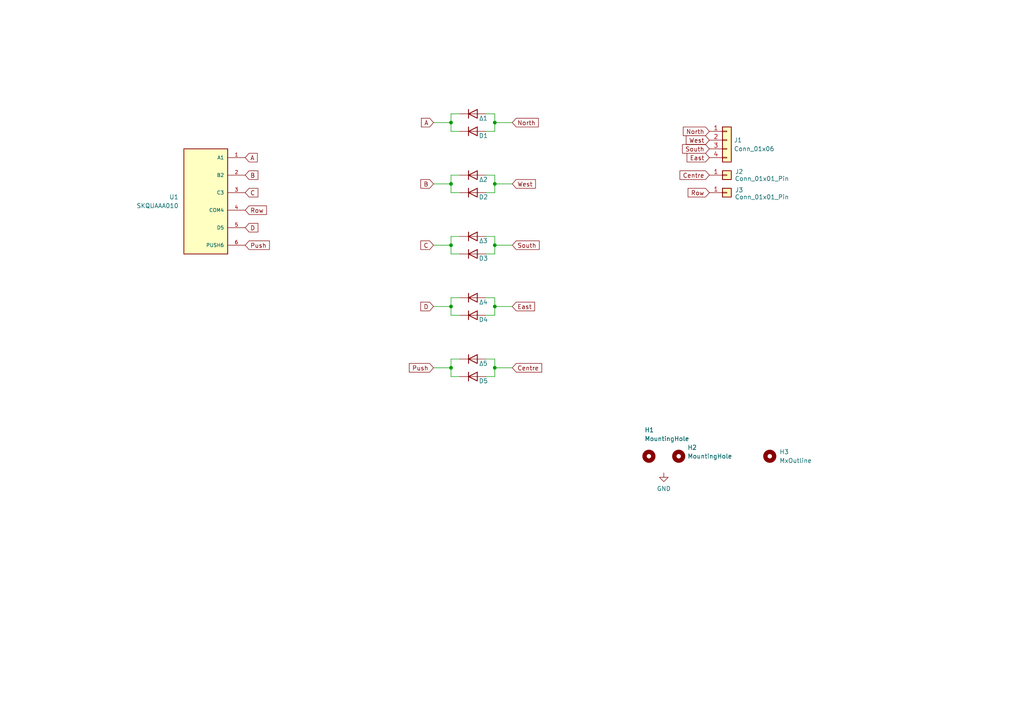
<source format=kicad_sch>
(kicad_sch (version 20230121) (generator eeschema)
  (paper "A4")
  (lib_symbols
    (symbol "Connector_Generic:Conn_01x01" (pin_names (offset 1.016) hide)
      (property "Reference" "J" (at 0 2.54 0))
      (property "Value" "Conn_01x01" (at 0 -2.54 0))
      (symbol "Conn_01x01_1_1"
        (rectangle (start -1.27 0.127) (end 0 -0.127) (stroke (width 0.1524)))
        (rectangle (start -1.27 1.27) (end 1.27 -1.27) (stroke (width 0.254)) (fill (type background)))
        (pin passive line (at -5.08 0 0) (length 3.81) (name "Pin_1") (number "1"))
      )
    )
    (symbol "Connector_Generic:Conn_01x04" (pin_names (offset 1.016) hide)
      (property "Reference" "J" (at 0 5.08 0))
      (property "Value" "Conn_01x04" (at 0 -7.62 0))
      (symbol "Conn_01x04_1_1"
        (rectangle (start -1.27 -4.953) (end 0 -5.207) (stroke (width 0.1524)))
        (rectangle (start -1.27 -2.413) (end 0 -2.667) (stroke (width 0.1524)))
        (rectangle (start -1.27 0.127) (end 0 -0.127) (stroke (width 0.1524)))
        (rectangle (start -1.27 2.667) (end 0 2.413) (stroke (width 0.1524)))
        (rectangle (start -1.27 3.81) (end 1.27 -6.35) (stroke (width 0.254)) (fill (type background)))
        (pin passive line (at -5.08 2.54 0) (length 3.81) (name "Pin_1") (number "1"))
        (pin passive line (at -5.08 0 0) (length 3.81) (name "Pin_2") (number "2"))
        (pin passive line (at -5.08 -2.54 0) (length 3.81) (name "Pin_3") (number "3"))
        (pin passive line (at -5.08 -5.08 0) (length 3.81) (name "Pin_4") (number "4"))
      )
    )
    (symbol "Device:D" (pin_numbers hide) (pin_names (offset 1.016) hide)
      (property "Reference" "D" (at 0 2.54 0))
      (property "Value" "D" (at 0 -2.54 0))
      (symbol "D_0_1"
        (polyline (pts (xy -1.27 1.27) (xy -1.27 -1.27)) (stroke (width 0.254)))
        (polyline (pts (xy 1.27 0) (xy -1.27 0)))
        (polyline (pts (xy 1.27 1.27) (xy 1.27 -1.27) (xy -1.27 0) (xy 1.27 1.27)) (stroke (width 0.254)))
      )
      (symbol "D_1_1"
        (pin passive line (at -3.81 0 0) (length 2.54) (name "K") (number "1"))
        (pin passive line (at 3.81 0 180) (length 2.54) (name "A") (number "2"))
      )
    )
    (symbol "Mechanical:MountingHole" (pin_names (offset 1.016))
      (property "Reference" "H" (at 0 5.08 0))
      (property "Value" "MountingHole" (at 0 3.175 0))
      (symbol "MountingHole_0_1"
        (circle (center 0 0) (radius 1.27) (stroke (width 1.27)))
      )
    )
    (symbol "SKQUAAA010:SKQUAAA010" (pin_names (offset 1.016))
      (property "Reference" "U" (at 0 0 0))
      (property "Value" "SKQUAAA010" (at 0 0 0))
      (symbol "SKQUAAA010_0_0"
        (rectangle (start -15.24 -22.86) (end -2.54 7.62) (stroke (width 0.254)) (fill (type background)))
        (pin bidirectional line (at -20.32 5.08 0) (length 5.08) (name "A1") (number "1"))
        (pin bidirectional line (at -20.32 0 0) (length 5.08) (name "B2") (number "2"))
        (pin bidirectional line (at -20.32 -5.08 0) (length 5.08) (name "C3") (number "3"))
        (pin bidirectional line (at -20.32 -10.16 0) (length 5.08) (name "COM4") (number "4"))
        (pin bidirectional line (at -20.32 -15.24 0) (length 5.08) (name "D5") (number "5"))
        (pin bidirectional line (at -20.32 -20.32 0) (length 5.08) (name "PUSH6") (number "6"))
      )
    )
    (symbol "power:GND" (power) (pin_names (offset 0))
      (property "Value" "GND" (at 0 -3.81 0))
      (symbol "GND_0_1"
        (polyline (pts (xy 0 0) (xy 0 -1.27) (xy 1.27 -1.27) (xy 0 -2.54) (xy -1.27 -1.27) (xy 0 -1.27)))
      )
      (symbol "GND_1_1"
        (pin power_in line (at 0 0 270) (length 0) hide (name "GND") (number "1"))
      )
    )
  )
  (junction (at 130.81 88.9))
  (junction (at 143.51 106.68))
  (junction (at 143.51 71.12))
  (junction (at 143.51 88.9))
  (junction (at 130.81 71.12))
  (junction (at 130.81 53.34))
  (junction (at 130.81 106.68))
  (junction (at 130.81 35.56))
  (junction (at 143.51 35.56))
  (junction (at 143.51 53.34))
  (wire (pts (xy 125.73 35.56) (xy 130.81 35.56)))
  (wire (pts (xy 130.81 73.66) (xy 133.35 73.66)))
  (wire (pts (xy 125.73 53.34) (xy 130.81 53.34)))
  (wire (pts (xy 143.51 35.56) (xy 143.51 38.1)))
  (wire (pts (xy 143.51 50.8) (xy 143.51 53.34)))
  (wire (pts (xy 130.81 68.58) (xy 130.81 71.12)))
  (wire (pts (xy 130.81 106.68) (xy 130.81 109.22)))
  (wire (pts (xy 148.59 35.56) (xy 143.51 35.56)))
  (wire (pts (xy 143.51 33.02) (xy 140.97 33.02)))
  (wire (pts (xy 130.81 55.88) (xy 133.35 55.88)))
  (wire (pts (xy 130.81 35.56) (xy 130.81 38.1)))
  (wire (pts (xy 130.81 88.9) (xy 130.81 91.44)))
  (wire (pts (xy 130.81 38.1) (xy 133.35 38.1)))
  (wire (pts (xy 130.81 104.14) (xy 133.35 104.14)))
  (wire (pts (xy 130.81 33.02) (xy 130.81 35.56)))
  (wire (pts (xy 143.51 73.66) (xy 140.97 73.66)))
  (wire (pts (xy 143.51 50.8) (xy 140.97 50.8)))
  (wire (pts (xy 125.73 106.68) (xy 130.81 106.68)))
  (wire (pts (xy 125.73 71.12) (xy 130.81 71.12)))
  (wire (pts (xy 130.81 71.12) (xy 130.81 73.66)))
  (wire (pts (xy 130.81 109.22) (xy 133.35 109.22)))
  (wire (pts (xy 143.51 86.36) (xy 140.97 86.36)))
  (wire (pts (xy 143.51 109.22) (xy 140.97 109.22)))
  (wire (pts (xy 143.51 68.58) (xy 140.97 68.58)))
  (wire (pts (xy 143.51 88.9) (xy 143.51 91.44)))
  (wire (pts (xy 143.51 55.88) (xy 140.97 55.88)))
  (wire (pts (xy 148.59 71.12) (xy 143.51 71.12)))
  (wire (pts (xy 143.51 33.02) (xy 143.51 35.56)))
  (wire (pts (xy 130.81 86.36) (xy 133.35 86.36)))
  (wire (pts (xy 143.51 53.34) (xy 143.51 55.88)))
  (wire (pts (xy 130.81 91.44) (xy 133.35 91.44)))
  (wire (pts (xy 143.51 106.68) (xy 143.51 109.22)))
  (wire (pts (xy 148.59 53.34) (xy 143.51 53.34)))
  (wire (pts (xy 130.81 104.14) (xy 130.81 106.68)))
  (wire (pts (xy 143.51 91.44) (xy 140.97 91.44)))
  (wire (pts (xy 148.59 88.9) (xy 143.51 88.9)))
  (wire (pts (xy 143.51 104.14) (xy 143.51 106.68)))
  (wire (pts (xy 143.51 38.1) (xy 140.97 38.1)))
  (wire (pts (xy 130.81 50.8) (xy 133.35 50.8)))
  (wire (pts (xy 130.81 53.34) (xy 130.81 55.88)))
  (wire (pts (xy 143.51 86.36) (xy 143.51 88.9)))
  (wire (pts (xy 148.59 106.68) (xy 143.51 106.68)))
  (wire (pts (xy 130.81 50.8) (xy 130.81 53.34)))
  (wire (pts (xy 130.81 33.02) (xy 133.35 33.02)))
  (wire (pts (xy 130.81 68.58) (xy 133.35 68.58)))
  (wire (pts (xy 130.81 86.36) (xy 130.81 88.9)))
  (wire (pts (xy 143.51 68.58) (xy 143.51 71.12)))
  (wire (pts (xy 143.51 71.12) (xy 143.51 73.66)))
  (wire (pts (xy 143.51 104.14) (xy 140.97 104.14)))
  (wire (pts (xy 125.73 88.9) (xy 130.81 88.9)))
  (global_label "Row" (shape input) (at 205.74 55.88 180) (property "Intersheetrefs" "${INTERSHEET_REFS}" (effects hide)))
  (global_label "North" (shape input) (at 205.74 38.1 180) (property "Intersheetrefs" "${INTERSHEET_REFS}" (effects hide)))
  (global_label "B" (shape input) (at 71.12 50.8 0) (property "Intersheetrefs" "${INTERSHEET_REFS}" (effects hide)))
  (global_label "D" (shape input) (at 71.12 66.04 0) (property "Intersheetrefs" "${INTERSHEET_REFS}" (effects hide)))
  (global_label "B" (shape input) (at 125.73 53.34 180) (property "Intersheetrefs" "${INTERSHEET_REFS}" (effects hide)))
  (global_label "C" (shape input) (at 71.12 55.88 0) (property "Intersheetrefs" "${INTERSHEET_REFS}" (effects hide)))
  (global_label "C" (shape input) (at 125.73 71.12 180) (property "Intersheetrefs" "${INTERSHEET_REFS}" (effects hide)))
  (global_label "West" (shape input) (at 148.59 53.34 0) (property "Intersheetrefs" "${INTERSHEET_REFS}" (effects hide)))
  (global_label "Row" (shape input) (at 71.12 60.96 0) (property "Intersheetrefs" "${INTERSHEET_REFS}" (effects hide)))
  (global_label "West" (shape input) (at 205.74 40.64 180) (property "Intersheetrefs" "${INTERSHEET_REFS}" (effects hide)))
  (global_label "East" (shape input) (at 205.74 45.72 180) (property "Intersheetrefs" "${INTERSHEET_REFS}" (effects hide)))
  (global_label "South" (shape input) (at 148.59 71.12 0) (property "Intersheetrefs" "${INTERSHEET_REFS}" (effects hide)))
  (global_label "A" (shape input) (at 71.12 45.72 0) (property "Intersheetrefs" "${INTERSHEET_REFS}" (effects hide)))
  (global_label "Push" (shape input) (at 71.12 71.12 0) (property "Intersheetrefs" "${INTERSHEET_REFS}" (effects hide)))
  (global_label "East" (shape input) (at 148.59 88.9 0) (property "Intersheetrefs" "${INTERSHEET_REFS}" (effects hide)))
  (global_label "A" (shape input) (at 125.73 35.56 180) (property "Intersheetrefs" "${INTERSHEET_REFS}" (effects hide)))
  (global_label "North" (shape input) (at 148.59 35.56 0) (property "Intersheetrefs" "${INTERSHEET_REFS}" (effects hide)))
  (global_label "South" (shape input) (at 205.74 43.18 180) (property "Intersheetrefs" "${INTERSHEET_REFS}" (effects hide)))
  (global_label "D" (shape input) (at 125.73 88.9 180) (property "Intersheetrefs" "${INTERSHEET_REFS}" (effects hide)))
  (global_label "Centre" (shape input) (at 148.59 106.68 0) (property "Intersheetrefs" "${INTERSHEET_REFS}" (effects hide)))
  (global_label "Centre" (shape input) (at 205.74 50.8 180) (property "Intersheetrefs" "${INTERSHEET_REFS}" (effects hide)))
  (global_label "Push" (shape input) (at 125.73 106.68 180) (property "Intersheetrefs" "${INTERSHEET_REFS}" (effects hide)))
  (symbol (lib_id "Connector_Generic:Conn_01x01") (at 210.82 55.88 0) (mirror x) (unit 1)
    (property "Reference" "J3" (at 214.376 55.118 0))
    (property "Value" "Conn_01x01_Pin" (at 220.98 57.15 0))
    (property "Footprint" "_Project_Library:PinHeader_1x01" (effects hide))
  )
  (symbol (lib_id "Device:D") (at 137.16 38.1 0) (unit 1)
    (property "Reference" "D1" (at 140.208 39.37 0))
    (property "Value" "D" (effects hide))
    (property "Footprint" "_Project_Library:D_SOD-123" (effects hide))
    (property "Sim.Device" "D" (effects hide))
    (property "Sim.Pins" "1=K 2=A" (effects hide))
  )
  (symbol (lib_id "Device:D") (at 137.16 33.02 0) (unit 1)
    (property "Reference" "Δ1" (at 140.208 34.29 0))
    (property "Value" "D" (effects hide))
    (property "Footprint" "_Project_Library:D_SOD-123" (effects hide))
    (property "Sim.Device" "D" (effects hide))
    (property "Sim.Pins" "1=K 2=A" (effects hide))
  )
  (symbol (lib_id "Device:D") (at 137.16 109.22 0) (unit 1)
    (property "Reference" "D5" (at 140.208 110.49 0))
    (property "Value" "D" (effects hide))
    (property "Footprint" "_Project_Library:D_SOD-123" (effects hide))
    (property "Sim.Device" "D" (effects hide))
    (property "Sim.Pins" "1=K 2=A" (effects hide))
  )
  (symbol (lib_id "Device:D") (at 137.16 50.8 0) (unit 1)
    (property "Reference" "Δ2" (at 140.208 52.07 0))
    (property "Value" "D" (effects hide))
    (property "Footprint" "_Project_Library:D_SOD-123" (effects hide))
    (property "Sim.Device" "D" (effects hide))
    (property "Sim.Pins" "1=K 2=A" (effects hide))
  )
  (symbol (lib_id "Device:D") (at 137.16 55.88 0) (unit 1)
    (property "Reference" "D2" (at 140.208 57.15 0))
    (property "Value" "D" (effects hide))
    (property "Footprint" "_Project_Library:D_SOD-123" (effects hide))
    (property "Sim.Device" "D" (effects hide))
    (property "Sim.Pins" "1=K 2=A" (effects hide))
  )
  (symbol (lib_id "Device:D") (at 137.16 91.44 0) (unit 1)
    (property "Reference" "D4" (at 140.208 92.71 0))
    (property "Value" "D" (effects hide))
    (property "Footprint" "_Project_Library:D_SOD-123" (effects hide))
    (property "Sim.Device" "D" (effects hide))
    (property "Sim.Pins" "1=K 2=A" (effects hide))
  )
  (symbol (lib_id "SKQUAAA010:SKQUAAA010") (at 50.8 50.8 0) (mirror y) (unit 1)
    (property "Reference" "U1" (at 51.816 57.15 0) (effects (justify left)))
    (property "Value" "SKQUAAA010" (at 51.816 59.69 0) (effects (justify left)))
    (property "Footprint" "_Project_Library:Nav_Switch_SKQUAAA010" (effects hide))
    (property "MF" "ALPS" (effects hide))
    (property "Description" "\nPCB Stick switch 4 directional\n" (effects hide))
    (property "Package" "None" (effects hide))
    (property "Price" "None" (effects hide))
    (property "SnapEDA_Link" "https://www.snapeda.com/parts/SKQUAAA010/ALPS/view-part/?ref=snap" (effects hide))
    (property "MP" "SKQUAAA010" (effects hide))
    (property "Availability" "In Stock" (effects hide))
    (property "Check_prices" "https://www.snapeda.com/parts/SKQUAAA010/ALPS/view-part/?ref=eda" (effects hide))
  )
  (symbol (lib_id "Device:D") (at 137.16 86.36 0) (unit 1)
    (property "Reference" "Δ4" (at 140.208 87.63 0))
    (property "Value" "D" (effects hide))
    (property "Footprint" "_Project_Library:D_SOD-123" (effects hide))
    (property "Sim.Device" "D" (effects hide))
    (property "Sim.Pins" "1=K 2=A" (effects hide))
  )
  (symbol (lib_id "power:GND") (at 192.532 137.16 0) (unit 1)
    (property "Reference" "#PWR01" (effects hide))
    (property "Value" "GND" (at 192.532 141.732 0))
  )
  (symbol (lib_id "Mechanical:MountingHole") (at 188.214 132.334 0) (unit 1)
    (property "Reference" "H1" (at 186.944 124.714 0) (effects (justify left)))
    (property "Value" "MountingHole" (at 186.944 127.254 0) (effects (justify left)))
    (property "Footprint" "MountingHole:MountingHole_2.1mm" (effects hide))
  )
  (symbol (lib_id "Device:D") (at 137.16 73.66 0) (unit 1)
    (property "Reference" "D3" (at 140.208 74.93 0))
    (property "Value" "D" (effects hide))
    (property "Footprint" "_Project_Library:D_SOD-123" (effects hide))
    (property "Sim.Device" "D" (effects hide))
    (property "Sim.Pins" "1=K 2=A" (effects hide))
  )
  (symbol (lib_id "Mechanical:MountingHole") (at 223.266 132.334 0) (unit 1) (in_bom no)
    (property "Reference" "H3" (at 226.06 131.064 0) (effects (justify left)))
    (property "Value" "MxOutline" (at 226.06 133.604 0) (effects (justify left)))
    (property "Footprint" "_Project_Library:SW_MX_1u_Outline" (effects hide))
  )
  (symbol (lib_id "Device:D") (at 137.16 68.58 0) (unit 1)
    (property "Reference" "Δ3" (at 140.208 69.85 0))
    (property "Value" "D" (effects hide))
    (property "Footprint" "_Project_Library:D_SOD-123" (effects hide))
    (property "Sim.Device" "D" (effects hide))
    (property "Sim.Pins" "1=K 2=A" (effects hide))
  )
  (symbol (lib_id "Device:D") (at 137.16 104.14 0) (unit 1)
    (property "Reference" "Δ5" (at 140.208 105.41 0))
    (property "Value" "D" (effects hide))
    (property "Footprint" "_Project_Library:D_SOD-123" (effects hide))
    (property "Sim.Device" "D" (effects hide))
    (property "Sim.Pins" "1=K 2=A" (effects hide))
  )
  (symbol (lib_id "Connector_Generic:Conn_01x01") (at 210.82 50.8 0) (mirror x) (unit 1)
    (property "Reference" "J2" (at 214.376 49.784 0))
    (property "Value" "Conn_01x01_Pin" (at 220.98 51.816 0))
    (property "Footprint" "_Project_Library:PinHeader_1x01" (effects hide))
  )
  (symbol (lib_id "Connector_Generic:Conn_01x04") (at 210.82 40.64 0) (unit 1)
    (property "Reference" "J1" (at 212.852 40.64 0) (effects (justify left)))
    (property "Value" "Conn_01x06" (at 212.852 43.18 0) (effects (justify left)))
    (property "Footprint" "_Project_Library:PinHeader_2x02" (effects hide))
  )
  (symbol (lib_id "Mechanical:MountingHole") (at 196.85 132.334 0) (unit 1)
    (property "Reference" "H2" (at 199.39 129.794 0) (effects (justify left)))
    (property "Value" "MountingHole" (at 199.39 132.334 0) (effects (justify left)))
    (property "Footprint" "MountingHole:MountingHole_2.1mm" (effects hide))
  )
)
</source>
